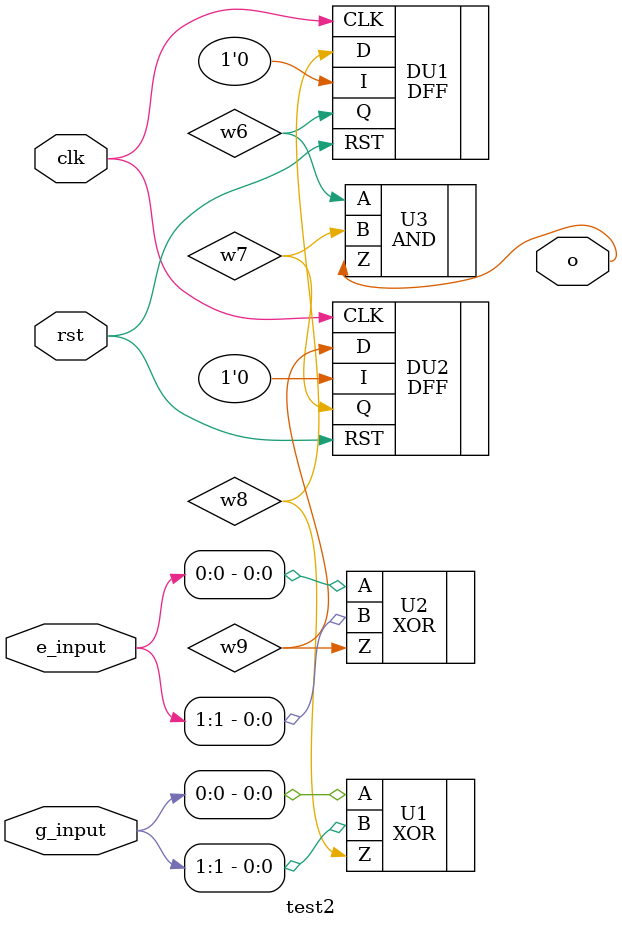
<source format=v>
module test2 ( 
  clk, 
  rst, 
  g_input, 
  e_input, 
  o);

input clk, rst;
input [1:0] g_input;
input [1:0] e_input;
output o;

wire w6, w7, w8, w9;

XOR U1 (.A(g_input[0]),  .B(g_input[1]),  .Z(w8));
XOR U2 (.A(e_input[0]),  .B(e_input[1]),  .Z(w9));
AND  U3 (.A(w6),       .B(w7),  .Z(o));

DFF DU1 ( .D(w8), .CLK(clk), .RST(rst), .I(1'b0),   .Q(w6));
DFF DU2 ( .D(w9), .CLK(clk), .RST(rst), .I(1'b0),   .Q(w7));


endmodule

</source>
